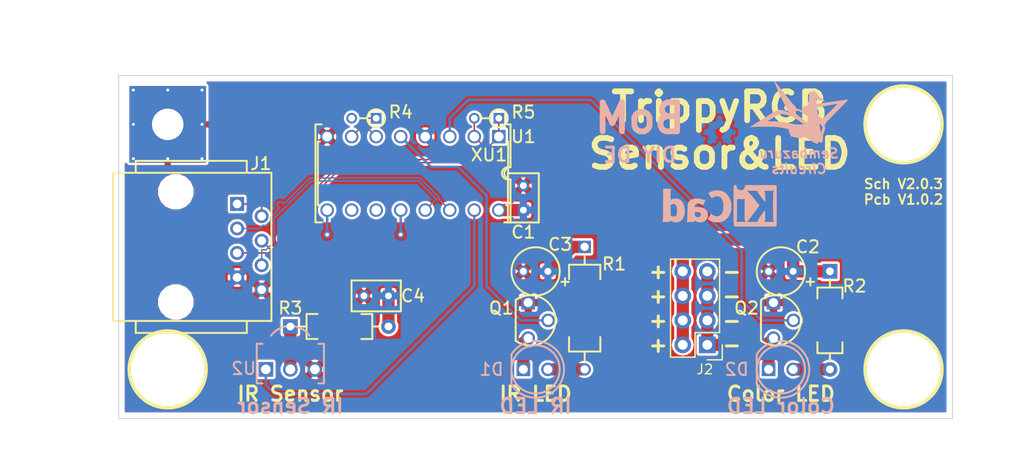
<source format=kicad_pcb>
(kicad_pcb (version 4) (host pcbnew 4.0.6)
  (title_block (title "Interactive Rainbow") (date 2017-03-29) (rev 1.0.2) (company "Sembazuru Circuits") (comment 1 "1.0.0 Initial Release to OSHPark.") (comment 2 "1.0.1 Add termination resistors for differential inputs.") (comment 3 "1.0.2 Correct pinout of U2, relayout subcurcuit to fit. Add KiCad logo. Isolate unused gate inputs from thermals for future modification."))
  (layers (0 F.Cu signal) (31 B.Cu signal) (34 B.Paste user) (35 F.Paste user) (36 B.SilkS user) (37 F.SilkS user) (38 B.Mask user) (39 F.Mask user) (44 Edge.Cuts user))
  (net 0 "")
  (net 1 +5V)
  (net 2 GND)
  (net 3 "Net-(D1-Pad1)")
  (net 4 "Net-(D1-Pad2)")
  (net 5 "Net-(D2-Pad1)")
  (net 6 "Net-(D2-Pad2)")
  (net 7 /~IR_Osc+)
  (net 8 /~IR_Osc-)
  (net 9 /~Sensor+)
  (net 10 /LED+)
  (net 11 /LED-)
  (net 12 /~Sensor-)
  (net 13 /LED)
  (net 14 /~IR_Osc)
  (net 15 /~Sensor)
  (net 16 "Net-(R3-Pad1)")
  (module ipc-7251TH-non-standard:TO_VISHAY_TSOP3nnnnn (layer B.Cu) (at 132.08 114.3)
    (fp_text reference U2 (at -2.286 -0.092) (layer B.SilkS) (effects (font (size 1.27 1.27) (thickness 0.2032)) (justify mirror)))
    (fp_text value TSOP32138)
    (pad 1 thru_hole rect (at 0 0) (size 1.52 1.52) (drill 1.01) (layers *.Cu *.Mask) (net 15 /~Sensor))
    (pad 2 thru_hole circle (at 2.54 0) (size 1.52 1.52) (drill 1.01) (layers *.Cu *.Mask) (net 16 "Net-(R3-Pad1)"))
    (pad 3 thru_hole circle (at 5.08 0) (size 1.52 1.52) (drill 1.01) (layers *.Cu *.Mask) (net 2 GND))
  )
  (module ipc-7251TH-standard:RESAD1270W60L900D323 (layer F.Cu) (at 165.1 101.6 270)
    (fp_text reference R1 (at 1.778 -3.048 360) (layer F.SilkS) (effects (font (size 1.27 1.27) (thickness 0.2032))))
    (fp_text value "33Ω 1/2W")
    (pad 1 thru_hole rect (at 0 0 270) (size 1.28 1.28) (drill 0.85) (layers *.Cu *.Mask) (net 1 +5V))
    (pad 2 thru_hole circle (at 12.7 0 270) (size 1.28 1.28) (drill 0.85) (layers *.Cu *.Mask) (net 4 "Net-(D1-Pad2)"))
  )
  (module ipc-7251TH-standard:RESAD1016W56L681D259 (layer F.Cu) (at 190.5 109.22 270)
    (fp_text reference R2 (at -3.556 -2.54 360) (layer F.SilkS) (effects (font (size 1.27 1.27) (thickness 0.2032))))
    (fp_text value 180Ω)
    (pad 1 thru_hole rect (at -5.08 0 270) (size 1.53 1.53) (drill 0.8128) (layers *.Cu *.Mask) (net 1 +5V))
    (pad 2 thru_hole circle (at 5.08 0 270) (size 1.53 1.53) (drill 0.8128) (layers *.Cu *.Mask) (net 6 "Net-(D2-Pad2)"))
  )
  (module ipc-7251TH-standard:RESAD1016W56L681D259 (layer F.Cu) (at 139.7 109.855)
    (fp_text reference R3 (at -5.08 -1.905 180) (layer F.SilkS) (effects (font (size 1.27 1.27) (thickness 0.2032))))
    (fp_text value 180Ω)
    (pad 1 thru_hole rect (at -5.08 0) (size 1.53 1.53) (drill 0.8128) (layers *.Cu *.Mask) (net 16 "Net-(R3-Pad1)"))
    (pad 2 thru_hole circle (at 5.08 0) (size 1.53 1.53) (drill 0.8128) (layers *.Cu *.Mask) (net 1 +5V))
  )
  (module ipc-7251TH-standard:LEDRD254W50D500H960P (layer B.Cu) (at 185.42 114.3)
    (fp_text reference D2 (at -4.572 0) (layer B.SilkS) (effects (font (size 1.27 1.27) (thickness 0.2032)) (justify mirror)))
    (fp_text value "RGB Slow Flashing")
    (pad 1 thru_hole rect (at -1.27 0) (size 1.4 1.4) (drill 0.93) (layers *.Cu *.Mask) (net 5 "Net-(D2-Pad1)"))
    (pad 2 thru_hole circle (at 1.27 0) (size 1.4 1.4) (drill 0.93) (layers *.Cu *.Mask) (net 6 "Net-(D2-Pad2)"))
  )
  (module ipc-7251TH-standard:LEDRD254W50D500H960P (layer B.Cu) (at 160.02 114.3)
    (fp_text reference D1 (at -4.572 0) (layer B.SilkS) (effects (font (size 1.27 1.27) (thickness 0.2032)) (justify mirror)))
    (fp_text value "IR 950nm")
    (pad 1 thru_hole rect (at -1.27 0) (size 1.4 1.4) (drill 0.93) (layers *.Cu *.Mask) (net 3 "Net-(D1-Pad1)"))
    (pad 2 thru_hole circle (at 1.27 0) (size 1.4 1.4) (drill 0.93) (layers *.Cu *.Mask) (net 4 "Net-(D1-Pad2)"))
  )
  (module ipc-7251TH-standard:CAPRR254W51L508T318H660P (layer F.Cu) (at 158.75 96.52 90)
    (fp_text reference C1 (at -3.556 0 360) (layer F.SilkS) (effects (font (size 1.27 1.27) (thickness 0.2032))))
    (fp_text value 0.1µF)
    (pad 1 thru_hole rect (at -1.27 0 90) (size 1.12014 1.12014) (drill 0.70104) (layers *.Cu *.Mask) (net 1 +5V))
    (pad 2 thru_hole circle (at 1.27 0 90) (size 1.19888 1.19888) (drill 0.70104) (layers *.Cu *.Mask) (net 2 GND))
  )
  (module Pin_Headers:Pin_Header_Straight_2x04 (layer F.Cu) (at 177.8 111.76 180)
    (fp_text reference J2 (at 0.254 -2.54 180) (layer F.SilkS))
    (fp_text value CONN_02X04)
    (pad 1 thru_hole rect (at 0 0 180) (size 1.7272 1.7272) (drill 1.016) (layers *.Cu *.Mask) (net 5 "Net-(D2-Pad1)"))
    (pad 2 thru_hole oval (at 2.54 0 180) (size 1.7272 1.7272) (drill 1.016) (layers *.Cu *.Mask) (net 1 +5V))
    (pad 3 thru_hole oval (at 0 2.54 180) (size 1.7272 1.7272) (drill 1.016) (layers *.Cu *.Mask) (net 5 "Net-(D2-Pad1)"))
    (pad 4 thru_hole oval (at 2.54 2.54 180) (size 1.7272 1.7272) (drill 1.016) (layers *.Cu *.Mask) (net 1 +5V))
    (pad 5 thru_hole oval (at 0 5.08 180) (size 1.7272 1.7272) (drill 1.016) (layers *.Cu *.Mask) (net 5 "Net-(D2-Pad1)"))
    (pad 6 thru_hole oval (at 2.54 5.08 180) (size 1.7272 1.7272) (drill 1.016) (layers *.Cu *.Mask) (net 1 +5V))
    (pad 7 thru_hole oval (at 0 7.62 180) (size 1.7272 1.7272) (drill 1.016) (layers *.Cu *.Mask) (net 5 "Net-(D2-Pad1)"))
    (pad 8 thru_hole oval (at 2.54 7.62 180) (size 1.7272 1.7272) (drill 1.016) (layers *.Cu *.Mask) (net 1 +5V))
  )
  (module ipc-7251TH-standard:TO92184P520H734-3 (layer F.Cu) (at 160.02 109.22 270)
    (fp_text reference Q1 (at -1.27 3.556 360) (layer F.SilkS) (effects (font (size 1.27 1.27) (thickness 0.2032))))
    (fp_text value VN3205)
    (pad 1 thru_hole rect (at -1.8415 0.7685 270) (size 1.41 1.41) (drill 0.94) (layers *.Cu *.Mask) (net 2 GND))
    (pad 2 thru_hole circle (at 0 -1.30175 270) (size 1.41 1.41) (drill 0.94) (layers *.Cu *.Mask) (net 14 /~IR_Osc))
    (pad 3 thru_hole circle (at 1.8415 0.7685 270) (size 1.41 1.41) (drill 0.94) (layers *.Cu *.Mask) (net 3 "Net-(D1-Pad1)"))
  )
  (module ipc-7251TH-standard:TO92184P520H734-3 (layer F.Cu) (at 185.42 109.22 270)
    (fp_text reference Q2 (at -1.27 3.556 360) (layer F.SilkS) (effects (font (size 1.27 1.27) (thickness 0.2032))))
    (fp_text value VN3205)
    (pad 1 thru_hole rect (at -1.8415 0.7685 270) (size 1.41 1.41) (drill 0.94) (layers *.Cu *.Mask) (net 2 GND))
    (pad 2 thru_hole circle (at 0 -1.30175 270) (size 1.41 1.41) (drill 0.94) (layers *.Cu *.Mask) (net 13 /LED))
    (pad 3 thru_hole circle (at 1.8415 0.7685 270) (size 1.41 1.41) (drill 0.94) (layers *.Cu *.Mask) (net 5 "Net-(D2-Pad1)"))
  )
  (module ipc-7251TH-standard:CAPRR254W51L508T318H660P (layer F.Cu) (at 143.51 106.68 180)
    (fp_text reference C4 (at -3.81 0 360) (layer F.SilkS) (effects (font (size 1.27 1.27) (thickness 0.2032))))
    (fp_text value 0.1µF)
    (pad 1 thru_hole rect (at -1.27 0 180) (size 1.12014 1.12014) (drill 0.70104) (layers *.Cu *.Mask) (net 1 +5V))
    (pad 2 thru_hole circle (at 1.27 0 180) (size 1.19888 1.19888) (drill 0.70104) (layers *.Cu *.Mask) (net 2 GND))
  )
  (module ipc-7251TH-standard:DIPS762W45P254L2019H508Q16 (layer F.Cu) (at 147.32 93.98 180)
    (fp_text reference U1 (at -11.43 3.81 180) (layer F.SilkS) (effects (font (size 1.27 1.27) (thickness 0.2032))))
    (fp_text value 75C1168)
    (pad 1 thru_hole rect (at -8.89 3.81 180) (size 1.4 1.4) (drill 1) (layers *.Cu *.Mask) (net 11 /LED-))
    (pad 2 thru_hole circle (at -6.35 3.81 180) (size 1.4 1.4) (drill 1) (layers *.Cu *.Mask) (net 10 /LED+))
    (pad 3 thru_hole circle (at -3.81 3.81 180) (size 1.4 1.4) (drill 1) (layers *.Cu *.Mask) (net 13 /LED))
    (pad 4 thru_hole circle (at -1.27 3.81 180) (size 1.4 1.4) (drill 1) (layers *.Cu *.Mask) (net 1 +5V))
    (pad 5 thru_hole circle (at 1.27 3.81 180) (size 1.4 1.4) (drill 1) (layers *.Cu *.Mask) (net 14 /~IR_Osc))
    (pad 6 thru_hole circle (at 3.81 3.81 180) (size 1.4 1.4) (drill 1) (layers *.Cu *.Mask) (net 7 /~IR_Osc+))
    (pad 7 thru_hole circle (at 6.35 3.81 180) (size 1.4 1.4) (drill 1) (layers *.Cu *.Mask) (net 8 /~IR_Osc-))
    (pad 8 thru_hole circle (at 8.89 3.81 180) (size 1.4 1.4) (drill 1) (layers *.Cu *.Mask) (net 2 GND))
    (pad 9 thru_hole circle (at 8.89 -3.81 180) (size 1.4 1.4) (drill 1) (layers *.Cu *.Mask) (net 2 GND))
    (pad 10 thru_hole circle (at 6.35 -3.81 180) (size 1.4 1.4) (drill 1) (layers *.Cu *.Mask))
    (pad 11 thru_hole circle (at 3.81 -3.81 180) (size 1.4 1.4) (drill 1) (layers *.Cu *.Mask))
    (pad 12 thru_hole circle (at 1.27 -3.81 180) (size 1.4 1.4) (drill 1) (layers *.Cu *.Mask) (net 2 GND))
    (pad 13 thru_hole circle (at -1.27 -3.81 180) (size 1.4 1.4) (drill 1) (layers *.Cu *.Mask) (net 12 /~Sensor-))
    (pad 14 thru_hole circle (at -3.81 -3.81 180) (size 1.4 1.4) (drill 1) (layers *.Cu *.Mask) (net 9 /~Sensor+))
    (pad 15 thru_hole circle (at -6.35 -3.81 180) (size 1.4 1.4) (drill 1) (layers *.Cu *.Mask) (net 15 /~Sensor))
    (pad 16 thru_hole circle (at -8.89 -3.81 180) (size 1.4 1.4) (drill 1) (layers *.Cu *.Mask) (net 1 +5V))
  )
  (module ipc-7251TH-standard:DIPfS794W45P254L1969H508Q16 (layer F.Cu) (at 147.32 93.98 180)
    (fp_text reference XU1 (at -7.874 1.905 360) (layer F.SilkS) (effects (font (size 1.27 1.27) (thickness 0.2032))))
    (fp_text value IC_Socket16)
  )
  (module ipc-7251TH-standard:CAPPRD254W50D500H850 (layer F.Cu) (at 160.02 104.14 180)
    (fp_text reference C3 (at -2.54 2.794 180) (layer F.SilkS) (effects (font (size 1.27 1.27) (thickness 0.2032))))
    (fp_text value 1µF)
    (fp_text user + (at -3.048 -1.016 180) (layer F.SilkS) (effects (font (thickness 0.2032))))
    (pad 1 thru_hole rect (at -1.27 0 180) (size 1.12 1.12) (drill 0.72) (layers *.Cu *.Mask) (net 1 +5V))
    (pad 2 thru_hole circle (at 1.27 0 180) (size 1.12 1.12) (drill 0.72) (layers *.Cu *.Mask) (net 2 GND))
  )
  (module ipc-7251TH-standard:CAPPRD254W50D500H850 (layer F.Cu) (at 185.42 104.14 180)
    (fp_text reference C2 (at -2.794 2.54 180) (layer F.SilkS) (effects (font (size 1.27 1.27) (thickness 0.2032))))
    (fp_text value 1µF)
    (fp_text user + (at -3.048 -1.016 180) (layer F.SilkS) (effects (font (thickness 0.2032))))
    (pad 1 thru_hole rect (at -1.27 0 180) (size 1.12 1.12) (drill 0.72) (layers *.Cu *.Mask) (net 1 +5V))
    (pad 2 thru_hole circle (at 1.27 0 180) (size 1.12 1.12) (drill 0.72) (layers *.Cu *.Mask) (net 2 GND))
  )
  (module ipc-7251TH-connectors:WURTH_615008144221 (layer F.Cu) (at 129.11 97.15 270)
    (fp_text reference J1 (at -4.186 -2.462 360) (layer F.SilkS) (effects (font (size 1.27 1.27) (thickness 0.2032))))
    (fp_text value RJ45-Unshielded)
    (pad 1 thru_hole rect (at 0 0 270) (size 1.44 1.44) (drill 0.9) (layers *.Cu *.Mask) (net 7 /~IR_Osc+))
    (pad 2 thru_hole circle (at 1.27 -2.54 270) (size 1.44 1.44) (drill 0.9) (layers *.Cu *.Mask) (net 8 /~IR_Osc-))
    (pad 3 thru_hole circle (at 2.54 0 270) (size 1.44 1.44) (drill 0.9) (layers *.Cu *.Mask) (net 9 /~Sensor+))
    (pad 4 thru_hole circle (at 3.81 -2.54 270) (size 1.44 1.44) (drill 0.9) (layers *.Cu *.Mask) (net 10 /LED+))
    (pad 5 thru_hole circle (at 5.08 0 270) (size 1.44 1.44) (drill 0.9) (layers *.Cu *.Mask) (net 11 /LED-))
    (pad 6 thru_hole circle (at 6.35 -2.54 270) (size 1.44 1.44) (drill 0.9) (layers *.Cu *.Mask) (net 12 /~Sensor-))
    (pad 7 thru_hole circle (at 7.62 0 270) (size 1.44 1.44) (drill 0.9) (layers *.Cu *.Mask) (net 1 +5V))
    (pad 8 thru_hole circle (at 8.89 -2.54 270) (size 1.44 1.44) (drill 0.9) (layers *.Cu *.Mask) (net 2 GND))
    (pad "" np_thru_hole circle (at 10.165 6.35 270) (size 3.17 3.17) (drill 3.17) (layers *.Cu *.Mask))
    (pad "" np_thru_hole circle (at -1.265 6.35 270) (size 3.17 3.17) (drill 3.17) (layers *.Cu *.Mask))
  )
  (module logos:OSHW_03mm_copper_noMask (layer B.Cu) (at 179.07 89.535 180)
    (fp_text reference G*** hide)
    (fp_text value LOGO hide)
    (fp_poly (pts (xy -1.01092 -1.4986) (xy -0.99314 -1.48844) (xy -0.95504 -1.46558) (xy -0.89916 -1.42748) (xy -0.83312 -1.3843) (xy -0.76708 -1.33858) (xy -0.7112 -1.30302) (xy -0.6731 -1.27762) (xy -0.65786 -1.27) (xy -0.65024 -1.27254) (xy -0.61722 -1.28778) (xy -0.57404 -1.31064) (xy -0.5461 -1.32588) (xy -0.50546 -1.34366) (xy -0.4826 -1.3462) (xy -0.48006 -1.34112) (xy -0.46482 -1.31064) (xy -0.44196 -1.25476) (xy -0.40894 -1.18364) (xy -0.37338 -1.09728) (xy -0.33528 -1.00584) (xy -0.29464 -0.9144) (xy -0.25908 -0.8255) (xy -0.22606 -0.74422) (xy -0.20066 -0.67818) (xy -0.18288 -0.635) (xy -0.17526 -0.61468) (xy -0.1778 -0.6096) (xy -0.19812 -0.58928) (xy -0.23622 -0.56388) (xy -0.31496 -0.49784) (xy -0.3937 -0.40132) (xy -0.43942 -0.2921) (xy -0.4572 -0.16764) (xy -0.44196 -0.05334) (xy -0.39878 0.05334) (xy -0.32258 0.1524) (xy -0.2286 0.22606) (xy -0.12192 0.27178) (xy 0 0.28702) (xy 0.1143 0.27432) (xy 0.22606 0.2286) (xy 0.32512 0.15494) (xy 0.3683 0.10668) (xy 0.42418 0.00762) (xy 0.4572 -0.09906) (xy 0.45974 -0.127) (xy 0.45466 -0.24384) (xy 0.42164 -0.3556) (xy 0.35814 -0.45466) (xy 0.27432 -0.53848) (xy 0.26162 -0.5461) (xy 0.22352 -0.57658) (xy 0.19558 -0.5969) (xy 0.17526 -0.61214) (xy 0.32512 -0.97282) (xy 0.34798 -1.0287) (xy 0.38862 -1.12776) (xy 0.42418 -1.21158) (xy 0.45466 -1.28016) (xy 0.47498 -1.32588) (xy 0.4826 -1.34366) (xy 0.4826 -1.34366) (xy 0.49784 -1.3462) (xy 0.52324 -1.33604) (xy 0.57404 -1.31318) (xy 0.60706 -1.2954) (xy 0.64516 -1.27762) (xy 0.66294 -1.27) (xy 0.67818 -1.27762) (xy 0.71374 -1.30048) (xy 0.76708 -1.33604) (xy 0.83312 -1.38176) (xy 0.89408 -1.4224) (xy 0.94996 -1.4605) (xy 0.9906 -1.4859) (xy 1.01092 -1.49606) (xy 1.01346 -1.49606) (xy 1.03124 -1.4859) (xy 1.06426 -1.4605) (xy 1.11252 -1.41478) (xy 1.1811 -1.3462) (xy 1.19126 -1.3335) (xy 1.24968 -1.27762) (xy 1.2954 -1.22936) (xy 1.32588 -1.1938) (xy 1.33858 -1.17856) (xy 1.33858 -1.17856) (xy 1.32842 -1.15824) (xy 1.30048 -1.1176) (xy 1.26492 -1.05918) (xy 1.2192 -0.99314) (xy 1.09982 -0.82042) (xy 1.16586 -0.65786) (xy 1.18618 -0.60706) (xy 1.21158 -0.5461) (xy 1.22936 -0.50292) (xy 1.23952 -0.48514) (xy 1.2573 -0.47752) (xy 1.30048 -0.46736) (xy 1.36652 -0.45466) (xy 1.44272 -0.43942) (xy 1.51638 -0.42672) (xy 1.58242 -0.41402) (xy 1.63068 -0.40386) (xy 1.65354 -0.40132) (xy 1.65862 -0.39624) (xy 1.6637 -0.38608) (xy 1.66624 -0.36322) (xy 1.66624 -0.32258) (xy 1.66878 -0.25908) (xy 1.66878 -0.16764) (xy 1.66878 -0.15748) (xy 1.66624 -0.07112) (xy 1.66624 0) (xy 1.6637 0.04318) (xy 1.66116 0.06096) (xy 1.66116 0.06096) (xy 1.6383 0.06604) (xy 1.59258 0.0762) (xy 1.52654 0.0889) (xy 1.4478 0.10414) (xy 1.44272 0.10668) (xy 1.36398 0.12192) (xy 1.2954 0.13462) (xy 1.24968 0.14478) (xy 1.2319 0.1524) (xy 1.22682 0.15748) (xy 1.21158 0.18796) (xy 1.18872 0.23622) (xy 1.16078 0.29718) (xy 1.13538 0.35814) (xy 1.11506 0.41402) (xy 1.09982 0.4572) (xy 1.09474 0.47498) (xy 1.09474 0.47498) (xy 1.10744 0.4953) (xy 1.13284 0.53594) (xy 1.17094 0.59182) (xy 1.2192 0.6604) (xy 1.22174 0.66548) (xy 1.26746 0.73152) (xy 1.30302 0.7874) (xy 1.32842 0.82804) (xy 1.33858 0.84582) (xy 1.33604 0.84836) (xy 1.32334 0.86614) (xy 1.28778 0.90424) (xy 1.23952 0.95504) (xy 1.1811 1.016) (xy 1.16332 1.03378) (xy 1.09728 1.09728) (xy 1.05156 1.13792) (xy 1.02362 1.16078) (xy 1.01092 1.16586) (xy 1.01092 1.16586) (xy 0.9906 1.15316) (xy 0.94742 1.12522) (xy 0.89154 1.08712) (xy 0.82296 1.0414) (xy 0.81788 1.03632) (xy 0.75184 0.9906) (xy 0.69596 0.95504) (xy 0.65786 0.9271) (xy 0.64008 0.91694) (xy 0.63754 0.91694) (xy 0.6096 0.92456) (xy 0.56134 0.94234) (xy 0.50292 0.9652) (xy 0.44196 0.9906) (xy 0.38608 1.01346) (xy 0.3429 1.03124) (xy 0.32512 1.04394) (xy 0.32258 1.04394) (xy 0.3175 1.06934) (xy 0.3048 1.1176) (xy 0.28956 1.18618) (xy 0.27432 1.27) (xy 0.27178 1.2827) (xy 0.25654 1.36144) (xy 0.24384 1.42748) (xy 0.23622 1.4732) (xy 0.23114 1.49098) (xy 0.21844 1.49352) (xy 0.18034 1.49606) (xy 0.12192 1.4986) (xy 0.0508 1.4986) (xy -0.0254 1.4986) (xy -0.09906 1.49606) (xy -0.16002 1.49606) (xy -0.20574 1.49098) (xy -0.22606 1.48844) (xy -0.22606 1.4859) (xy -0.23368 1.46304) (xy -0.24384 1.41224) (xy -0.25654 1.34366) (xy -0.27432 1.26238) (xy -0.27686 1.24714) (xy -0.2921 1.1684) (xy -0.3048 1.10236) (xy -0.31496 1.05664) (xy -0.32004 1.03886) (xy -0.32512 1.03632) (xy -0.35814 1.02108) (xy -0.41148 1.00076) (xy -0.47752 0.97282) (xy -0.62992 0.91186) (xy -0.81788 1.03886) (xy -0.83566 1.05156) (xy -0.9017 1.09728) (xy -0.95758 1.13538) (xy -0.99568 1.15824) (xy -1.01346 1.1684) (xy -1.01346 1.1684) (xy -1.03378 1.15062) (xy -1.06934 1.1176) (xy -1.12014 1.0668) (xy -1.17856 1.00838) (xy -1.22428 0.9652) (xy -1.27508 0.91186) (xy -1.3081 0.8763) (xy -1.32588 0.85344) (xy -1.33096 0.84074) (xy -1.33096 0.83058) (xy -1.31826 0.8128) (xy -1.29032 0.76962) (xy -1.25222 0.71374) (xy -1.2065 0.6477) (xy -1.1684 0.59182) (xy -1.12776 0.52832) (xy -1.10236 0.48514) (xy -1.0922 0.46228) (xy -1.09474 0.45212) (xy -1.10744 0.41656) (xy -1.1303 0.36068) (xy -1.15824 0.29464) (xy -1.22428 0.14732) (xy -1.3208 0.127) (xy -1.37922 0.11684) (xy -1.46304 0.1016) (xy -1.54178 0.08636) (xy -1.6637 0.06096) (xy -1.66878 -0.38862) (xy -1.64846 -0.39624) (xy -1.63068 -0.40132) (xy -1.58496 -0.41148) (xy -1.52146 -0.42418) (xy -1.44272 -0.43942) (xy -1.37922 -0.45212) (xy -1.31318 -0.46482) (xy -1.26492 -0.47244) (xy -1.2446 -0.47752) (xy -1.23952 -0.48514) (xy -1.22174 -0.51562) (xy -1.19888 -0.56642) (xy -1.17348 -0.62738) (xy -1.14554 -0.69088) (xy -1.12268 -0.7493) (xy -1.10744 -0.79502) (xy -1.09982 -0.81788) (xy -1.10998 -0.83566) (xy -1.13538 -0.87376) (xy -1.17094 -0.92964) (xy -1.21666 -0.99568) (xy -1.25984 -1.05918) (xy -1.29794 -1.1176) (xy -1.32334 -1.1557) (xy -1.33604 -1.17602) (xy -1.33096 -1.18872) (xy -1.30302 -1.2192) (xy -1.25476 -1.27) (xy -1.1811 -1.34366) (xy -1.1684 -1.35382) (xy -1.10998 -1.41224) (xy -1.06172 -1.45796) (xy -1.02616 -1.48844) (xy -1.01092 -1.4986)) (layer B.Cu) (width 0.00254))
  )
  (module logos:crane_0.40in_silkscreen (layer B.Cu) (at 187.325 87.63 180)
    (fp_text reference G*** hide)
    (fp_text value LOGO hide)
  )
  (module ipc-7251TH-standard:RESADV254W45L350D185 (layer F.Cu) (at 143.51 88.265 180)
    (fp_text reference R4 (at -2.54 0.635 180) (layer F.SilkS) (effects (font (size 1.27 1.27) (thickness 0.2032))))
    (fp_text value 100Ω)
    (pad 1 thru_hole rect (at 0 0 180) (size 1.10744 1.10744) (drill 0.70104) (layers *.Cu *.Mask) (net 7 /~IR_Osc+))
    (pad 2 thru_hole circle (at 2.54 0 180) (size 1.10744 1.10744) (drill 0.70104) (layers *.Cu *.Mask) (net 8 /~IR_Osc-))
  )
  (module ipc-7251TH-standard:RESADV254W45L350D185 (layer F.Cu) (at 156.21 88.265 180)
    (fp_text reference R5 (at -2.54 0.635 180) (layer F.SilkS) (effects (font (size 1.27 1.27) (thickness 0.2032))))
    (fp_text value 100Ω)
    (pad 1 thru_hole rect (at 0 0 180) (size 1.10744 1.10744) (drill 0.70104) (layers *.Cu *.Mask) (net 11 /LED-))
    (pad 2 thru_hole circle (at 2.54 0 180) (size 1.10744 1.10744) (drill 0.70104) (layers *.Cu *.Mask) (net 10 /LED+))
  )
  (module Symbols:Symbol_KiCAD-Logo_CopperAndSilkScreenTop (layer B.Cu) (at 179.07 97.155 180)
    (fp_text reference REF** hide)
    (fp_text value "KiCAD Logo" hide)
  )
  (module ipc-7251TH-standard:MTGP794H326V8P (layer F.Cu) (at 121.92 88.9)
    (fp_text reference MH1 hide)
    (fp_text value "#4 PTH" hide)
    (pad 0 thru_hole rect (at 0 0) (size 7.94 7.94) (drill 3.26) (layers *.Cu *.Mask) (net 2 GND))
    (pad 0 thru_hole rect (at 0 3.556) (size 0.762 0.762) (drill 0.3048) (layers *.Cu *.Mask) (net 2 GND))
    (pad 0 thru_hole rect (at 3.556 3.556) (size 0.762 0.762) (drill 0.3048) (layers *.Cu *.Mask) (net 2 GND))
    (pad 0 thru_hole rect (at 3.556 0) (size 0.762 0.762) (drill 0.3048) (layers *.Cu *.Mask) (net 2 GND))
    (pad 0 thru_hole rect (at 3.556 -3.556) (size 0.762 0.762) (drill 0.3048) (layers *.Cu *.Mask) (net 2 GND))
    (pad 0 thru_hole rect (at 0 -3.556) (size 0.762 0.762) (drill 0.3048) (layers *.Cu *.Mask) (net 2 GND))
    (pad 0 thru_hole rect (at -3.556 -3.556) (size 0.762 0.762) (drill 0.3048) (layers *.Cu *.Mask) (net 2 GND))
    (pad 0 thru_hole rect (at -3.556 0) (size 0.762 0.762) (drill 0.3048) (layers *.Cu *.Mask) (net 2 GND))
    (pad 0 thru_hole rect (at -3.556 3.556) (size 0.762 0.762) (drill 0.3048) (layers *.Cu *.Mask) (net 2 GND))
  )
  (module ipc-7251TH-standard:MTGNP794H326Z794P (layer F.Cu) (at 121.92 114.3)
    (fp_text reference MH3 hide)
    (fp_text value "#4 NPTH" hide)
    (pad "" np_thru_hole circle (at 0 0) (size 3.26 3.26) (drill 3.26) (layers *.Cu *.Mask) (clearance 2.34))
  )
  (module ipc-7251TH-standard:MTGNP794H326Z794P (layer F.Cu) (at 198.12 88.9)
    (fp_text reference MH4 hide)
    (fp_text value "#4 NPTH" hide)
    (pad "" np_thru_hole circle (at 0 0) (size 3.26 3.26) (drill 3.26) (layers *.Cu *.Mask) (clearance 2.34))
  )
  (module ipc-7251TH-standard:MTGNP794H326Z794P (layer F.Cu) (at 198.12 114.3)
    (fp_text reference MH2 hide)
    (fp_text value "#4 NPTH" hide)
    (pad "" np_thru_hole circle (at 0 0) (size 3.26 3.26) (drill 3.26) (layers *.Cu *.Mask) (clearance 2.34))
  )
  (gr_text "Color LED" (at 185.42 118.11) (layer B.SilkS) (effects (font (size 1.5 1.5) (thickness 0.3)) (justify mirror)))
  (gr_text "IR LED" (at 160.02 118.11) (layer B.SilkS) (effects (font (size 1.5 1.5) (thickness 0.3)) (justify mirror)))
  (gr_text "IR Sensor" (at 134.62 118.11) (layer B.SilkS) (effects (font (size 1.5 1.5) (thickness 0.3)) (justify mirror)))
  (gr_text "Color LED" (at 185.42 116.84) (layer F.SilkS) (effects (font (size 1.5 1.5) (thickness 0.3))))
  (gr_text "IR LED" (at 160.02 116.84) (layer F.SilkS) (effects (font (size 1.5 1.5) (thickness 0.3))))
  (gr_text "IR Sensor" (at 134.62 116.84) (layer F.SilkS) (effects (font (size 1.5 1.5) (thickness 0.3))))
  (gr_text - (at 180.34 111.76) (layer F.SilkS) (effects (font (size 1.5 1.5) (thickness 0.3))))
  (gr_text - (at 180.34 109.22) (layer F.SilkS) (effects (font (size 1.5 1.5) (thickness 0.3))))
  (gr_text - (at 180.34 106.68) (layer F.SilkS) (effects (font (size 1.5 1.5) (thickness 0.3))))
  (gr_text - (at 180.34 104.14) (layer F.SilkS) (effects (font (size 1.5 1.5) (thickness 0.3))))
  (gr_text + (at 172.72 111.76) (layer F.SilkS) (effects (font (size 1.5 1.5) (thickness 0.3))))
  (gr_text + (at 172.72 109.22) (layer F.SilkS) (effects (font (size 1.5 1.5) (thickness 0.3))))
  (gr_text + (at 172.72 106.68) (layer F.SilkS) (effects (font (size 1.5 1.5) (thickness 0.3))))
  (gr_text + (at 172.72 104.14) (layer F.SilkS) (effects (font (size 1.5 1.5) (thickness 0.3))))
  (gr_text "Sch V2.0.3\nPcb V1.0.2" (at 198.12 95.885) (layer F.SilkS) (effects (font (size 1 1) (thickness 0.2))))
  (gr_text "TrippyRGB\nSensor&LED" (at 179.07 89.535) (layer F.SilkS) (effects (font (size 3 3) (thickness 0.6))))
  (gr_text "Sembazuru\nCircuits" (at 187.325 92.71) (layer B.SilkS) (effects (font (size 1 1) (thickness 0.2) italic) (justify mirror)))
  (gr_text "DIY DE" (at 170.815 92.075) (layer B.SilkS) (effects (font (size 1.5 1.5) (thickness 0.3)) (justify mirror)))
  (gr_text BoM (at 170.815 88.265) (layer B.SilkS) (effects (font (size 3 3) (thickness 0.6)) (justify mirror)))
  (gr_line (start 116.84 83.82) (end 116.84 119.38) (angle 90) (layer Edge.Cuts) (width 0.1))
  (gr_line (start 203.2 83.82) (end 116.84 83.82) (angle 90) (layer Edge.Cuts) (width 0.1))
  (gr_line (start 203.2 119.38) (end 203.2 83.82) (angle 90) (layer Edge.Cuts) (width 0.1))
  (gr_line (start 116.84 119.38) (end 203.2 119.38) (angle 90) (layer Edge.Cuts) (width 0.1))
  (segment (start 144.78 109.855) (end 144.78 106.68) (width 1.27) (layer F.Cu) (net 1))
  (segment (start 175.26 106.68) (end 175.26 104.14) (width 1.27) (layer F.Cu) (net 1))
  (segment (start 175.26 109.22) (end 175.26 106.68) (width 1.27) (layer F.Cu) (net 1))
  (segment (start 165.1 101.6) (end 163.83 101.6) (width 1.27) (layer F.Cu) (net 1))
  (segment (start 163.83 101.6) (end 161.29 104.14) (width 1.27) (layer F.Cu) (net 1))
  (segment (start 156.21 97.79) (end 158.75 97.79) (width 1.27) (layer F.Cu) (net 1))
  (segment (start 175.26 104.14) (end 175.26 102.108) (width 1.27) (layer F.Cu) (net 1))
  (segment (start 175.26 102.108) (end 176.53 100.838) (width 1.27) (layer F.Cu) (net 1))
  (segment (start 176.53 100.838) (end 185.218 100.838) (width 1.27) (layer F.Cu) (net 1))
  (segment (start 185.218 100.838) (end 186.69 102.31) (width 1.27) (layer F.Cu) (net 1))
  (segment (start 186.69 102.31) (end 186.69 104.14) (width 1.27) (layer F.Cu) (net 1))
  (segment (start 175.26 111.76) (end 175.26 109.22) (width 1.27) (layer F.Cu) (net 1))
  (segment (start 186.69 104.14) (end 190.5 104.14) (width 1.27) (layer F.Cu) (net 1))
  (segment (start 146.05 97.79) (end 146.05 100.33) (width 0.254) (layer B.Cu) (net 2))
  (via (at 146.05 100.33) (size 0.7874) (drill 0.381) (layers F.Cu B.Cu) (net 2))
  (segment (start 138.43 100.33) (end 139.7 100.33) (width 0.254) (layer F.Cu) (net 2))
  (segment (start 138.43 97.79) (end 138.43 100.33) (width 0.254) (layer B.Cu) (net 2))
  (via (at 138.43 100.33) (size 0.7874) (drill 0.381) (layers F.Cu B.Cu) (net 2))
  (segment (start 158.75 114.3) (end 158.75 111.563) (width 1.27) (layer F.Cu) (net 3))
  (segment (start 158.75 111.563) (end 159.2515 111.0615) (width 1.27) (layer F.Cu) (net 3))
  (segment (start 165.1 114.3) (end 161.29 114.3) (width 1.27) (layer F.Cu) (net 4))
  (segment (start 177.8 106.68) (end 177.8 104.14) (width 1.27) (layer F.Cu) (net 5))
  (segment (start 177.8 109.22) (end 177.8 106.68) (width 1.27) (layer F.Cu) (net 5))
  (segment (start 177.8 111.76) (end 177.8 109.22) (width 1.27) (layer F.Cu) (net 5))
  (segment (start 177.8 111.76) (end 183.953 111.76) (width 1.27) (layer F.Cu) (net 5))
  (segment (start 183.953 111.76) (end 184.6515 111.0615) (width 1.27) (layer F.Cu) (net 5))
  (segment (start 183.946501 111.810501) (end 184.15 112.014) (width 1.27) (layer F.Cu) (net 5))
  (segment (start 184.15 112.014) (end 184.15 114.3) (width 1.27) (layer F.Cu) (net 5))
  (segment (start 184.6515 111.0615) (end 183.946501 111.766499) (width 1.27) (layer F.Cu) (net 5))
  (segment (start 183.946501 111.766499) (end 183.946501 111.810501) (width 1.27) (layer F.Cu) (net 5))
  (segment (start 190.5 114.3) (end 186.69 114.3) (width 1.27) (layer F.Cu) (net 6))
  (segment (start 142.398749 88.265) (end 143.51 88.265) (width 0.1524) (layer F.Cu) (net 7))
  (segment (start 129.11 97.15) (end 130.442929 97.15) (width 0.1524) (layer F.Cu) (net 7))
  (segment (start 142.398749 87.564243) (end 142.398749 88.265) (width 0.1524) (layer F.Cu) (net 7))
  (segment (start 142.398749 88.265) (end 142.398749 89.058749) (width 0.1524) (layer F.Cu) (net 7))
  (segment (start 130.442929 97.15) (end 132.55625 95.036679) (width 0.1524) (layer F.Cu) (net 7))
  (segment (start 132.55625 95.036679) (end 132.55625 89.469244) (width 0.1524) (layer F.Cu) (net 7))
  (segment (start 132.55625 89.469244) (end 135.189244 86.83625) (width 0.1524) (layer F.Cu) (net 7))
  (segment (start 135.189244 86.83625) (end 141.670756 86.83625) (width 0.1524) (layer F.Cu) (net 7))
  (segment (start 141.670756 86.83625) (end 142.398749 87.564243) (width 0.1524) (layer F.Cu) (net 7))
  (segment (start 142.398749 89.058749) (end 143.51 90.17) (width 0.1524) (layer F.Cu) (net 7))
  (segment (start 142.081251 88.265) (end 140.97 88.265) (width 0.1524) (layer F.Cu) (net 8))
  (segment (start 131.65 98.42) (end 131.65 97.374506) (width 0.1524) (layer F.Cu) (net 8))
  (segment (start 132.708991 96.002469) (end 132.706899 95.983906) (width 0.1524) (layer F.Cu) (net 8))
  (segment (start 131.65 97.374506) (end 132.87375 96.150756) (width 0.1524) (layer F.Cu) (net 8))
  (segment (start 132.73831 95.485531) (end 132.754128 95.475592) (width 0.1524) (layer F.Cu) (net 8))
  (segment (start 132.87375 96.150756) (end 132.871659 96.132192) (width 0.1524) (layer F.Cu) (net 8))
  (segment (start 132.706899 95.983906) (end 132.706899 95.550756) (width 0.1524) (layer F.Cu) (net 8))
  (segment (start 132.87375 94.500756) (end 132.87375 89.600756) (width 0.1524) (layer F.Cu) (net 8))
  (segment (start 132.7251 96.03592) (end 132.715161 96.020102) (width 0.1524) (layer F.Cu) (net 8))
  (segment (start 132.871659 96.132192) (end 132.865489 96.114559) (width 0.1524) (layer F.Cu) (net 8))
  (segment (start 132.87375 89.600756) (end 135.320756 87.15375) (width 0.1524) (layer F.Cu) (net 8))
  (segment (start 132.865489 96.114559) (end 132.85555 96.098741) (width 0.1524) (layer F.Cu) (net 8))
  (segment (start 132.771761 96.065239) (end 132.754128 96.059069) (width 0.1524) (layer F.Cu) (net 8))
  (segment (start 132.85555 96.098741) (end 132.84234 96.085531) (width 0.1524) (layer F.Cu) (net 8))
  (segment (start 132.73831 96.04913) (end 132.7251 96.03592) (width 0.1524) (layer F.Cu) (net 8))
  (segment (start 133.733079 95.033999) (end 133.710891 94.97059) (width 0.1524) (layer F.Cu) (net 8))
  (segment (start 132.84234 96.085531) (end 132.826522 96.075592) (width 0.1524) (layer F.Cu) (net 8))
  (segment (start 133.67515 95.287802) (end 133.710891 95.230921) (width 0.1524) (layer F.Cu) (net 8))
  (segment (start 132.826522 96.075592) (end 132.808889 96.069422) (width 0.1524) (layer F.Cu) (net 8))
  (segment (start 132.754128 96.059069) (end 132.73831 96.04913) (width 0.1524) (layer F.Cu) (net 8))
  (segment (start 133.627647 94.866206) (end 133.570766 94.830465) (width 0.1524) (layer F.Cu) (net 8))
  (segment (start 132.808889 96.069422) (end 132.771761 96.065239) (width 0.1524) (layer F.Cu) (net 8))
  (segment (start 133.710891 94.97059) (end 133.67515 94.913709) (width 0.1524) (layer F.Cu) (net 8))
  (segment (start 133.710891 95.230921) (end 133.733079 95.167512) (width 0.1524) (layer F.Cu) (net 8))
  (segment (start 133.570766 95.371046) (end 133.627647 95.335305) (width 0.1524) (layer F.Cu) (net 8))
  (segment (start 132.771761 95.469422) (end 132.790325 95.467331) (width 0.1524) (layer F.Cu) (net 8))
  (segment (start 132.715161 96.020102) (end 132.708991 96.002469) (width 0.1524) (layer F.Cu) (net 8))
  (segment (start 142.081251 87.695757) (end 142.081251 88.265) (width 0.1524) (layer F.Cu) (net 8))
  (segment (start 142.081251 88.265) (end 142.081251 89.058749) (width 0.1524) (layer F.Cu) (net 8))
  (segment (start 132.706899 95.550756) (end 132.708991 95.532192) (width 0.1524) (layer F.Cu) (net 8))
  (segment (start 133.440601 94.800756) (end 133.17375 94.800756) (width 0.1524) (layer F.Cu) (net 8))
  (segment (start 142.081251 89.058749) (end 140.97 90.17) (width 0.1524) (layer F.Cu) (net 8))
  (segment (start 132.708991 95.532192) (end 132.715161 95.514559) (width 0.1524) (layer F.Cu) (net 8))
  (segment (start 133.043584 94.771046) (end 132.986703 94.735305) (width 0.1524) (layer F.Cu) (net 8))
  (segment (start 132.715161 95.514559) (end 132.7251 95.498741) (width 0.1524) (layer F.Cu) (net 8))
  (segment (start 133.733079 95.167512) (end 133.740601 95.100756) (width 0.1524) (layer F.Cu) (net 8))
  (segment (start 132.87375 95.400756) (end 133.440601 95.400756) (width 0.1524) (layer F.Cu) (net 8))
  (segment (start 132.7251 95.498741) (end 132.73831 95.485531) (width 0.1524) (layer F.Cu) (net 8))
  (segment (start 133.440601 95.400756) (end 133.507357 95.393234) (width 0.1524) (layer F.Cu) (net 8))
  (segment (start 132.754128 95.475592) (end 132.771761 95.469422) (width 0.1524) (layer F.Cu) (net 8))
  (segment (start 132.903459 94.630921) (end 132.881271 94.567512) (width 0.1524) (layer F.Cu) (net 8))
  (segment (start 132.790325 95.467331) (end 132.87375 95.467331) (width 0.1524) (layer F.Cu) (net 8))
  (segment (start 132.87375 95.467331) (end 132.87375 95.400756) (width 0.1524) (layer F.Cu) (net 8))
  (segment (start 133.507357 95.393234) (end 133.570766 95.371046) (width 0.1524) (layer F.Cu) (net 8))
  (segment (start 133.627647 95.335305) (end 133.67515 95.287802) (width 0.1524) (layer F.Cu) (net 8))
  (segment (start 133.67515 94.913709) (end 133.627647 94.866206) (width 0.1524) (layer F.Cu) (net 8))
  (segment (start 132.881271 94.567512) (end 132.87375 94.500756) (width 0.1524) (layer F.Cu) (net 8))
  (segment (start 133.740601 95.100756) (end 133.733079 95.033999) (width 0.1524) (layer F.Cu) (net 8))
  (segment (start 133.570766 94.830465) (end 133.507357 94.808277) (width 0.1524) (layer F.Cu) (net 8))
  (segment (start 133.507357 94.808277) (end 133.440601 94.800756) (width 0.1524) (layer F.Cu) (net 8))
  (segment (start 133.17375 94.800756) (end 133.106993 94.793234) (width 0.1524) (layer F.Cu) (net 8))
  (segment (start 133.106993 94.793234) (end 133.043584 94.771046) (width 0.1524) (layer F.Cu) (net 8))
  (segment (start 132.986703 94.735305) (end 132.9392 94.687802) (width 0.1524) (layer F.Cu) (net 8))
  (segment (start 132.9392 94.687802) (end 132.903459 94.630921) (width 0.1524) (layer F.Cu) (net 8))
  (segment (start 135.320756 87.15375) (end 141.539244 87.15375) (width 0.1524) (layer F.Cu) (net 8))
  (segment (start 141.539244 87.15375) (end 142.081251 87.695757) (width 0.1524) (layer F.Cu) (net 8))
  (segment (start 129.11 99.69) (end 131.425494 99.69) (width 0.1524) (layer B.Cu) (net 9))
  (segment (start 131.425494 99.69) (end 131.746893 99.368601) (width 0.1524) (layer B.Cu) (net 9))
  (segment (start 132.105329 99.368601) (end 132.598601 98.875329) (width 0.1524) (layer B.Cu) (net 9))
  (segment (start 131.746893 99.368601) (end 132.105329 99.368601) (width 0.1524) (layer B.Cu) (net 9))
  (segment (start 132.598601 98.875329) (end 132.598601 98.516893) (width 0.1524) (layer B.Cu) (net 9))
  (segment (start 133.650211 96.929589) (end 133.703508 96.955257) (width 0.1524) (layer B.Cu) (net 9))
  (segment (start 133.401208 97.63278) (end 133.401208 97.573624) (width 0.1524) (layer B.Cu) (net 9))
  (segment (start 133.401208 97.573624) (end 133.388043 97.515952) (width 0.1524) (layer B.Cu) (net 9))
  (segment (start 148.020756 94.45625) (end 150.018749 96.454243) (width 0.1524) (layer B.Cu) (net 9))
  (segment (start 132.598601 98.516893) (end 133.325494 97.79) (width 0.1524) (layer B.Cu) (net 9))
  (segment (start 133.325494 97.79) (end 133.362378 97.74375) (width 0.1524) (layer B.Cu) (net 9))
  (segment (start 133.90698 97.067855) (end 133.966136 97.067855) (width 0.1524) (layer B.Cu) (net 9))
  (segment (start 133.388043 97.690454) (end 133.401208 97.63278) (width 0.1524) (layer B.Cu) (net 9))
  (segment (start 133.362378 97.74375) (end 133.388043 97.690454) (width 0.1524) (layer B.Cu) (net 9))
  (segment (start 133.74976 96.99214) (end 133.796009 97.029024) (width 0.1524) (layer B.Cu) (net 9))
  (segment (start 133.966136 97.067855) (end 134.02381 97.05469) (width 0.1524) (layer B.Cu) (net 9))
  (segment (start 133.849308 97.05469) (end 133.90698 97.067855) (width 0.1524) (layer B.Cu) (net 9))
  (segment (start 133.28861 97.089057) (end 133.325494 97.042806) (width 0.1524) (layer B.Cu) (net 9))
  (segment (start 133.288611 97.370153) (end 133.262943 97.316856) (width 0.1524) (layer B.Cu) (net 9))
  (segment (start 133.388043 97.515952) (end 133.362377 97.462654) (width 0.1524) (layer B.Cu) (net 9))
  (segment (start 133.262943 97.316856) (end 133.24978 97.259182) (width 0.1524) (layer B.Cu) (net 9))
  (segment (start 133.362377 97.462654) (end 133.325493 97.416404) (width 0.1524) (layer B.Cu) (net 9))
  (segment (start 133.325493 97.416404) (end 133.288611 97.370153) (width 0.1524) (layer B.Cu) (net 9))
  (segment (start 133.24978 97.259182) (end 133.24978 97.200026) (width 0.1524) (layer B.Cu) (net 9))
  (segment (start 133.24978 97.200026) (end 133.262943 97.142354) (width 0.1524) (layer B.Cu) (net 9))
  (segment (start 133.592538 96.916426) (end 133.650211 96.929589) (width 0.1524) (layer B.Cu) (net 9))
  (segment (start 133.262943 97.142354) (end 133.28861 97.089057) (width 0.1524) (layer B.Cu) (net 9))
  (segment (start 134.077107 97.029023) (end 134.123356 96.992141) (width 0.1524) (layer B.Cu) (net 9))
  (segment (start 133.325494 97.042806) (end 133.376161 96.99214) (width 0.1524) (layer B.Cu) (net 9))
  (segment (start 136.659244 94.45625) (end 148.020756 94.45625) (width 0.1524) (layer B.Cu) (net 9))
  (segment (start 133.703508 96.955257) (end 133.74976 96.99214) (width 0.1524) (layer B.Cu) (net 9))
  (segment (start 133.376161 96.99214) (end 133.422412 96.955256) (width 0.1524) (layer B.Cu) (net 9))
  (segment (start 133.422412 96.955256) (end 133.475709 96.929589) (width 0.1524) (layer B.Cu) (net 9))
  (segment (start 133.475709 96.929589) (end 133.533382 96.916426) (width 0.1524) (layer B.Cu) (net 9))
  (segment (start 133.796009 97.029024) (end 133.849308 97.05469) (width 0.1524) (layer B.Cu) (net 9))
  (segment (start 134.02381 97.05469) (end 134.077107 97.029023) (width 0.1524) (layer B.Cu) (net 9))
  (segment (start 133.533382 96.916426) (end 133.592538 96.916426) (width 0.1524) (layer B.Cu) (net 9))
  (segment (start 150.018749 96.678749) (end 151.13 97.79) (width 0.1524) (layer B.Cu) (net 9))
  (segment (start 134.123356 96.992141) (end 134.244731 96.870763) (width 0.1524) (layer B.Cu) (net 9))
  (segment (start 134.244731 96.870763) (end 136.659244 94.45625) (width 0.1524) (layer B.Cu) (net 9))
  (segment (start 150.018749 96.454243) (end 150.018749 96.678749) (width 0.1524) (layer B.Cu) (net 9))
  (segment (start 153.67 90.17) (end 153.67 88.265) (width 0.1524) (layer F.Cu) (net 10))
  (segment (start 133.802379 101.22826) (end 133.760494 101.175736) (width 0.1524) (layer F.Cu) (net 10))
  (segment (start 135.723729 99.562487) (end 135.701541 99.499078) (width 0.1524) (layer F.Cu) (net 10))
  (segment (start 131.65 100.96) (end 132.602501 101.912501) (width 0.1524) (layer F.Cu) (net 10))
  (segment (start 134.803866 99.029244) (end 134.811388 98.962487) (width 0.1524) (layer F.Cu) (net 10))
  (segment (start 133.953263 100.519978) (end 134.184759 100.751474) (width 0.1524) (layer F.Cu) (net 10))
  (segment (start 133.487113 100.89172) (end 133.457965 100.831194) (width 0.1524) (layer F.Cu) (net 10))
  (segment (start 133.447993 101.912501) (end 133.760494 101.6) (width 0.1524) (layer F.Cu) (net 10))
  (segment (start 135.03711 99.321722) (end 134.973701 99.299534) (width 0.1524) (layer F.Cu) (net 10))
  (segment (start 133.457965 100.831194) (end 133.443016 100.765699) (width 0.1524) (layer F.Cu) (net 10))
  (segment (start 132.602501 101.912501) (end 133.447993 101.912501) (width 0.1524) (layer F.Cu) (net 10))
  (segment (start 133.760494 101.6) (end 133.80238 101.547478) (width 0.1524) (layer F.Cu) (net 10))
  (segment (start 133.840215 100.448945) (end 133.90074 100.478093) (width 0.1524) (layer F.Cu) (net 10))
  (segment (start 154.781251 91.374243) (end 154.781251 91.281251) (width 0.1524) (layer F.Cu) (net 10))
  (segment (start 135.498007 98.721722) (end 135.561416 98.699534) (width 0.1524) (layer F.Cu) (net 10))
  (segment (start 134.833576 98.899078) (end 134.869317 98.842197) (width 0.1524) (layer F.Cu) (net 10))
  (segment (start 133.80238 101.547478) (end 133.831526 101.486953) (width 0.1524) (layer F.Cu) (net 10))
  (segment (start 133.846475 101.35428) (end 133.831527 101.288785) (width 0.1524) (layer F.Cu) (net 10))
  (segment (start 133.487113 100.5725) (end 133.528999 100.519977) (width 0.1524) (layer F.Cu) (net 10))
  (segment (start 133.707542 100.433996) (end 133.77472 100.433997) (width 0.1524) (layer F.Cu) (net 10))
  (segment (start 133.831526 101.486953) (end 133.846476 101.421458) (width 0.1524) (layer F.Cu) (net 10))
  (segment (start 133.760494 101.175736) (end 133.528999 100.944241) (width 0.1524) (layer F.Cu) (net 10))
  (segment (start 133.528999 100.944241) (end 133.487113 100.89172) (width 0.1524) (layer F.Cu) (net 10))
  (segment (start 133.831527 101.288785) (end 133.802379 101.22826) (width 0.1524) (layer F.Cu) (net 10))
  (segment (start 135.561416 99.358953) (end 135.498007 99.336765) (width 0.1524) (layer F.Cu) (net 10))
  (segment (start 133.846476 101.421458) (end 133.846475 101.35428) (width 0.1524) (layer F.Cu) (net 10))
  (segment (start 135.73125 98.429244) (end 135.73125 97.089244) (width 0.1524) (layer F.Cu) (net 10))
  (segment (start 135.103866 98.729244) (end 135.43125 98.729244) (width 0.1524) (layer F.Cu) (net 10))
  (segment (start 135.6658 99.442197) (end 135.618297 99.394694) (width 0.1524) (layer F.Cu) (net 10))
  (segment (start 133.443016 100.765699) (end 133.443016 100.698521) (width 0.1524) (layer F.Cu) (net 10))
  (segment (start 133.443016 100.698521) (end 133.457965 100.633026) (width 0.1524) (layer F.Cu) (net 10))
  (segment (start 133.457965 100.633026) (end 133.487113 100.5725) (width 0.1524) (layer F.Cu) (net 10))
  (segment (start 135.701541 98.559409) (end 135.723729 98.496) (width 0.1524) (layer F.Cu) (net 10))
  (segment (start 134.556502 100.793358) (end 134.609022 100.751473) (width 0.1524) (layer F.Cu) (net 10))
  (segment (start 135.618297 98.663793) (end 135.6658 98.61629) (width 0.1524) (layer F.Cu) (net 10))
  (segment (start 134.430481 100.837455) (end 134.495976 100.822506) (width 0.1524) (layer F.Cu) (net 10))
  (segment (start 134.495976 100.822506) (end 134.556502 100.793358) (width 0.1524) (layer F.Cu) (net 10))
  (segment (start 133.528999 100.519977) (end 133.581522 100.478092) (width 0.1524) (layer F.Cu) (net 10))
  (segment (start 133.581522 100.478092) (end 133.642047 100.448946) (width 0.1524) (layer F.Cu) (net 10))
  (segment (start 134.833576 99.159409) (end 134.811388 99.096) (width 0.1524) (layer F.Cu) (net 10))
  (segment (start 133.642047 100.448946) (end 133.707542 100.433996) (width 0.1524) (layer F.Cu) (net 10))
  (segment (start 134.363303 100.837455) (end 134.430481 100.837455) (width 0.1524) (layer F.Cu) (net 10))
  (segment (start 135.03711 98.736765) (end 135.103866 98.729244) (width 0.1524) (layer F.Cu) (net 10))
  (segment (start 134.869317 98.842197) (end 134.91682 98.794694) (width 0.1524) (layer F.Cu) (net 10))
  (segment (start 133.77472 100.433997) (end 133.840215 100.448945) (width 0.1524) (layer F.Cu) (net 10))
  (segment (start 133.90074 100.478093) (end 133.953263 100.519978) (width 0.1524) (layer F.Cu) (net 10))
  (segment (start 134.184759 100.751474) (end 134.237282 100.793358) (width 0.1524) (layer F.Cu) (net 10))
  (segment (start 135.498007 99.336765) (end 135.43125 99.329244) (width 0.1524) (layer F.Cu) (net 10))
  (segment (start 134.237282 100.793358) (end 134.297808 100.822506) (width 0.1524) (layer F.Cu) (net 10))
  (segment (start 134.297808 100.822506) (end 134.363303 100.837455) (width 0.1524) (layer F.Cu) (net 10))
  (segment (start 134.609022 100.751473) (end 134.715086 100.645408) (width 0.1524) (layer F.Cu) (net 10))
  (segment (start 134.715086 100.645408) (end 135.73125 99.629244) (width 0.1524) (layer F.Cu) (net 10))
  (segment (start 135.618297 99.394694) (end 135.561416 99.358953) (width 0.1524) (layer F.Cu) (net 10))
  (segment (start 135.73125 99.629244) (end 135.723729 99.562487) (width 0.1524) (layer F.Cu) (net 10))
  (segment (start 135.701541 99.499078) (end 135.6658 99.442197) (width 0.1524) (layer F.Cu) (net 10))
  (segment (start 135.43125 99.329244) (end 135.103866 99.329244) (width 0.1524) (layer F.Cu) (net 10))
  (segment (start 135.103866 99.329244) (end 135.03711 99.321722) (width 0.1524) (layer F.Cu) (net 10))
  (segment (start 134.973701 99.299534) (end 134.91682 99.263793) (width 0.1524) (layer F.Cu) (net 10))
  (segment (start 134.91682 99.263793) (end 134.869317 99.21629) (width 0.1524) (layer F.Cu) (net 10))
  (segment (start 134.869317 99.21629) (end 134.833576 99.159409) (width 0.1524) (layer F.Cu) (net 10))
  (segment (start 134.811388 99.096) (end 134.803866 99.029244) (width 0.1524) (layer F.Cu) (net 10))
  (segment (start 134.973701 98.758953) (end 135.03711 98.736765) (width 0.1524) (layer F.Cu) (net 10))
  (segment (start 134.811388 98.962487) (end 134.833576 98.899078) (width 0.1524) (layer F.Cu) (net 10))
  (segment (start 134.91682 98.794694) (end 134.973701 98.758953) (width 0.1524) (layer F.Cu) (net 10))
  (segment (start 135.43125 98.729244) (end 135.498007 98.721722) (width 0.1524) (layer F.Cu) (net 10))
  (segment (start 135.561416 98.699534) (end 135.618297 98.663793) (width 0.1524) (layer F.Cu) (net 10))
  (segment (start 135.6658 98.61629) (end 135.701541 98.559409) (width 0.1524) (layer F.Cu) (net 10))
  (segment (start 135.723729 98.496) (end 135.73125 98.429244) (width 0.1524) (layer F.Cu) (net 10))
  (segment (start 135.73125 97.089244) (end 140.269244 92.55125) (width 0.1524) (layer F.Cu) (net 10))
  (segment (start 140.269244 92.55125) (end 153.604244 92.55125) (width 0.1524) (layer F.Cu) (net 10))
  (segment (start 153.604244 92.55125) (end 154.781251 91.374243) (width 0.1524) (layer F.Cu) (net 10))
  (segment (start 154.781251 91.281251) (end 153.67 90.17) (width 0.1524) (layer F.Cu) (net 10))
  (segment (start 156.21 90.17) (end 156.21 88.265) (width 0.1524) (layer F.Cu) (net 11))
  (segment (start 156.21 90.17) (end 155.098749 91.281251) (width 0.1524) (layer F.Cu) (net 11))
  (segment (start 155.098749 91.281251) (end 155.098749 91.505757) (width 0.1524) (layer F.Cu) (net 11))
  (segment (start 155.098749 91.505757) (end 153.735756 92.86875) (width 0.1524) (layer F.Cu) (net 11))
  (segment (start 153.735756 92.86875) (end 140.400756 92.86875) (width 0.1524) (layer F.Cu) (net 11))
  (segment (start 140.400756 92.86875) (end 136.04875 97.220756) (width 0.1524) (layer F.Cu) (net 11))
  (segment (start 136.04875 97.220756) (end 136.04875 99.760756) (width 0.1524) (layer F.Cu) (net 11))
  (segment (start 136.04875 99.760756) (end 133.579506 102.23) (width 0.1524) (layer F.Cu) (net 11))
  (segment (start 133.579506 102.23) (end 133.397755 102.23) (width 0.1524) (layer F.Cu) (net 11))
  (segment (start 133.397755 102.23) (end 129.11 102.23) (width 0.1524) (layer F.Cu) (net 11))
  (segment (start 147.889244 94.77375) (end 149.701251 96.585757) (width 0.1524) (layer B.Cu) (net 12))
  (segment (start 149.701251 96.585757) (end 149.701251 96.678749) (width 0.1524) (layer B.Cu) (net 12))
  (segment (start 149.701251 96.678749) (end 148.59 97.79) (width 0.1524) (layer B.Cu) (net 12))
  (segment (start 136.790756 94.77375) (end 147.889244 94.77375) (width 0.1524) (layer B.Cu) (net 12))
  (segment (start 132.916092 101.097838) (end 132.916092 98.648414) (width 0.1524) (layer B.Cu) (net 12))
  (segment (start 132.916092 98.648414) (end 136.790756 94.77375) (width 0.1524) (layer B.Cu) (net 12))
  (segment (start 131.65 103.5) (end 131.65 101.908601) (width 0.1524) (layer B.Cu) (net 12))
  (segment (start 131.65 101.908601) (end 132.105329 101.908601) (width 0.1524) (layer B.Cu) (net 12))
  (segment (start 132.105329 101.908601) (end 132.916092 101.097838) (width 0.1524) (layer B.Cu) (net 12))
  (segment (start 186.72175 109.22) (end 183.388 109.22) (width 0.254) (layer B.Cu) (net 13))
  (segment (start 183.388 109.22) (end 181.356 107.188) (width 0.254) (layer B.Cu) (net 13))
  (segment (start 181.356 107.188) (end 181.356 101.981) (width 0.254) (layer B.Cu) (net 13))
  (segment (start 181.356 101.981) (end 165.735 86.36) (width 0.254) (layer B.Cu) (net 13))
  (segment (start 165.735 86.36) (end 153.035 86.36) (width 0.254) (layer B.Cu) (net 13))
  (segment (start 153.035 86.36) (end 151.13 88.265) (width 0.254) (layer B.Cu) (net 13))
  (segment (start 151.13 88.265) (end 151.13 90.17) (width 0.254) (layer B.Cu) (net 13))
  (segment (start 146.05 90.17) (end 149.188786 93.308786) (width 0.254) (layer B.Cu) (net 14))
  (segment (start 149.188786 93.308786) (end 151.989212 93.308786) (width 0.254) (layer B.Cu) (net 14))
  (segment (start 151.989212 93.308786) (end 154.94 96.259574) (width 0.254) (layer B.Cu) (net 14))
  (segment (start 154.94 96.259574) (end 154.94 105.664) (width 0.254) (layer B.Cu) (net 14))
  (segment (start 154.94 105.664) (end 158.496 109.22) (width 0.254) (layer B.Cu) (net 14))
  (segment (start 158.496 109.22) (end 161.32175 109.22) (width 0.254) (layer B.Cu) (net 14))
  (segment (start 132.08 115.57) (end 132.08 115.914) (width 0.254) (layer B.Cu) (net 15))
  (segment (start 132.08 114.9) (end 132.08 115.57) (width 0.254) (layer B.Cu) (net 15))
  (segment (start 132.08 115.57) (end 132.08 114.3) (width 0.254) (layer B.Cu) (net 15))
  (segment (start 142.494 116.84) (end 153.67 105.664) (width 0.254) (layer B.Cu) (net 15))
  (segment (start 153.67 105.664) (end 153.67 97.79) (width 0.254) (layer B.Cu) (net 15))
  (segment (start 133.006 116.84) (end 142.494 116.84) (width 0.254) (layer B.Cu) (net 15))
  (segment (start 132.08 115.914) (end 133.006 116.84) (width 0.254) (layer B.Cu) (net 15))
  (segment (start 134.62 109.855) (end 134.62 114.3) (width 1.27) (layer F.Cu) (net 16))
  (zone (net 1) (net_name +5V) (layer B.Cu) (connect_pads (clearance 0.254)) (min_thickness 0.254) (fill yes (arc_segments 16) (thermal_gap 0.508) (thermal_bridge_width 0.762))
    (polygon (pts (xy 117.475 84.455) (xy 202.565 84.455) (xy 202.565 118.745) (xy 117.475 118.745)))
  )
  (zone (net 0) (net_name "") (layer B.Cu) (connect_pads (clearance 0.508)) (min_thickness 0.254)
    (keepout (tracks allowed) (vias allowed) (copperpour not_allowed))
    (fill yes (arc_segments 16) (thermal_gap 0.508) (thermal_bridge_width 0.508))
    (polygon (pts (xy 173.99 102.87) (xy 176.53 102.87) (xy 176.53 113.03) (xy 173.99 113.03)))
  )
  (zone (net 0) (net_name "") (layer B.Cu) (connect_pads (clearance 0.508)) (min_thickness 0.254)
    (keepout (tracks allowed) (vias allowed) (copperpour not_allowed))
    (fill yes (arc_segments 16) (thermal_gap 0.508) (thermal_bridge_width 0.508))
    (polygon (pts (xy 189.23 102.87) (xy 191.77 102.87) (xy 191.77 105.41) (xy 189.23 105.41)))
  )
  (zone (net 0) (net_name "") (layer B.Cu) (connect_pads (clearance 0.508)) (min_thickness 0.254)
    (keepout (tracks allowed) (vias allowed) (copperpour not_allowed))
    (fill yes (arc_segments 16) (thermal_gap 0.508) (thermal_bridge_width 0.508))
    (polygon (pts (xy 163.83 100.33) (xy 166.37 100.33) (xy 166.37 102.87) (xy 163.83 102.87)))
  )
  (zone (net 0) (net_name "") (layer B.Cu) (connect_pads (clearance 0.508)) (min_thickness 0.254)
    (keepout (tracks allowed) (vias allowed) (copperpour not_allowed))
    (fill yes (arc_segments 16) (thermal_gap 0.508) (thermal_bridge_width 0.508))
    (polygon (pts (xy 143.51 108.585) (xy 146.05 108.585) (xy 146.05 111.125) (xy 143.51 111.125)))
  )
  (zone (net 0) (net_name "") (layer B.Cu) (connect_pads (clearance 0.508)) (min_thickness 0.254)
    (keepout (tracks allowed) (vias allowed) (copperpour not_allowed))
    (fill yes (arc_segments 16) (thermal_gap 0.508) (thermal_bridge_width 0.508))
    (polygon (pts (xy 154.94 96.52) (xy 157.48 96.52) (xy 157.48 99.06) (xy 154.94 99.06)))
  )
  (zone (net 2) (net_name GND) (layer F.Cu) (connect_pads (clearance 0.254)) (min_thickness 0.254) (fill yes (arc_segments 16) (thermal_gap 0.254) (thermal_bridge_width 0.762))
    (polygon (pts (xy 117.475 118.745) (xy 202.565 118.745) (xy 202.565 84.455) (xy 117.475 84.455)))
  )
  (zone (net 0) (net_name "") (layer F.Cu) (connect_pads (clearance 0.254)) (min_thickness 0.254)
    (keepout (tracks not_allowed) (vias not_allowed) (copperpour not_allowed))
    (fill yes (arc_segments 16) (thermal_gap 0.254) (thermal_bridge_width 0.762))
    (polygon (pts (xy 137.795 96.52) (xy 139.065 96.52) (xy 139.7 97.155) (xy 139.7 98.425) (xy 139.065 99.06) (xy 137.795 99.06) (xy 137.16 98.425) (xy 137.16 97.155)))
  )
  (zone (net 0) (net_name "") (layer F.Cu) (connect_pads (clearance 0.254)) (min_thickness 0.254)
    (keepout (tracks not_allowed) (vias not_allowed) (copperpour not_allowed))
    (fill yes (arc_segments 16) (thermal_gap 0.254) (thermal_bridge_width 0.762))
    (polygon (pts (xy 144.78 97.155) (xy 145.415 96.52) (xy 146.685 96.52) (xy 147.32 97.155) (xy 147.32 98.425) (xy 146.685 99.06) (xy 145.415 99.06) (xy 144.78 98.425)))
  )
)
</source>
